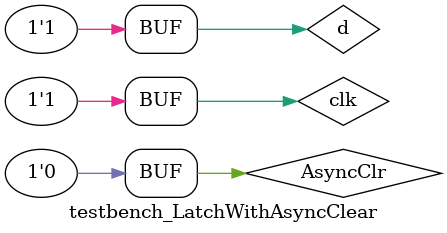
<source format=v>
`timescale 1ns / 1ps


module LatchWithAsyncClear(
    input clk,
    input d,
    input AsyncClr,
    output q,
    output qn
    );
    
    reg q;
    
    always @(clk or d or AsyncClr)
    begin
        
        if(~clk && AsyncClr)
            begin
                q <= d;
            end
        else if(~AsyncClr)
            begin
                q <= 0;
            end
        
    end
        
    assign qn = ~q;
    
endmodule

module testbench_LatchWithAsyncClear;
    reg clk, d, AsyncClr;
    wire q, qn;
    
    LatchWithAsyncClear dut1(clk, d, AsyncClr, q, qn);
    initial begin
    d = 0;
    clk = 1;
    AsyncClr = 1;
    #8
    d = 1;
    clk = 1;
    AsyncClr = 1;
    #2
    d = 1;
    clk = 0;
    AsyncClr = 1;
    #10
    d = 1;
    clk = 1;
    AsyncClr = 1;
    #2
    d = 0;
    clk = 1;
    AsyncClr = 1;
    #8
    d = 0;
    clk = 0;
    AsyncClr = 1;
    #2
    d = 1;
    clk = 0;
    AsyncClr = 1;
    #8
    d = 1;
    clk = 1;
    AsyncClr = 1;
    #5
    d = 1;
    clk = 1;
    AsyncClr = 0;
    #5
    d = 1;
    clk = 0;
    AsyncClr = 0;
    #10
    d = 1;
    clk = 1;
    AsyncClr = 0;
    #5
    d = 0;
    clk = 1;
    AsyncClr = 0;
    #5
    d = 0;
    clk = 0;
    AsyncClr = 0;
    #10
    d = 0;
    clk = 1;
    AsyncClr = 0;
    #5
    d = 1;
    clk = 1;
    AsyncClr = 0;
    #5
    d = 1;
    clk = 0;
    AsyncClr = 0;
    #10
    d = 1;
    clk = 1;
    AsyncClr = 0;
    end
endmodule
</source>
